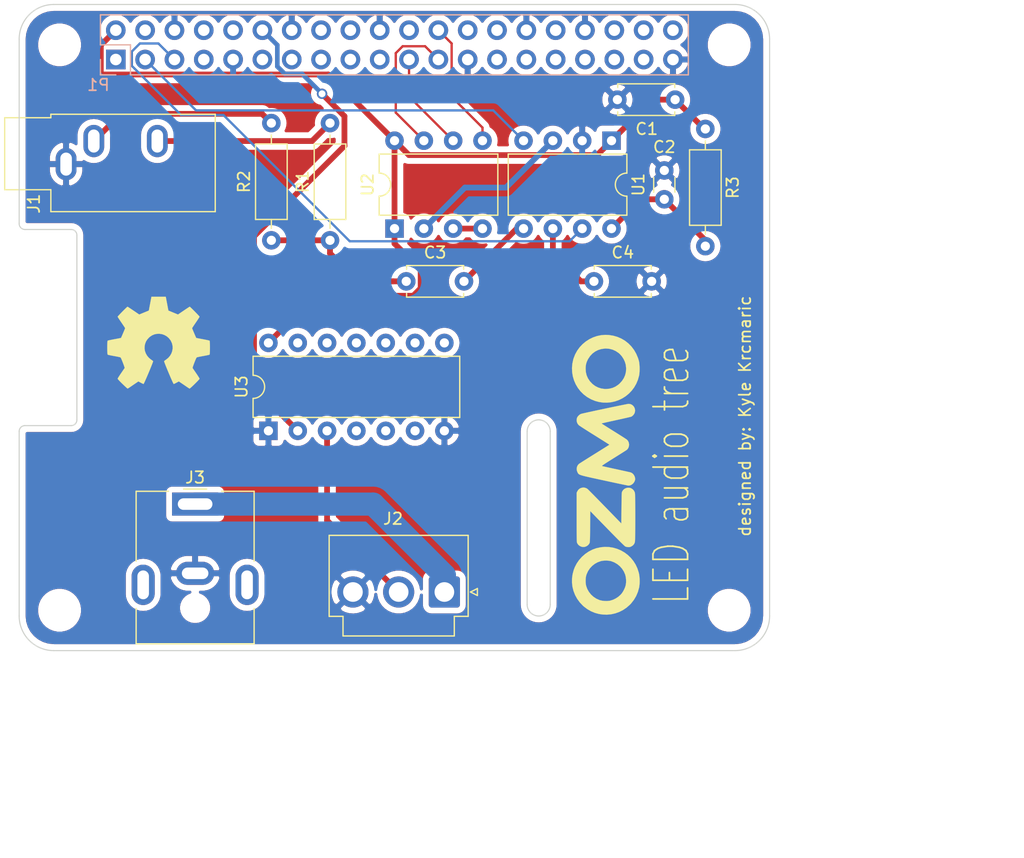
<source format=kicad_pcb>
(kicad_pcb (version 20171130) (host pcbnew "(5.1.4)-1")
  (title_block (date "15 nov 2012"))
  (layers (0 F.Cu signal) (31 B.Cu signal) (34 B.Paste user) (35 F.Paste user) (36 B.SilkS user) (37 F.SilkS user) (38 B.Mask user) (39 F.Mask user) (44 Edge.Cuts user))
  (net 0 "")
  (net 1 +3V3)
  (net 2 +5V)
  (net 3 GND)
  (net 4 /ID_SD)
  (net 5 /ID_SC)
  (net 6 /GPIO5)
  (net 7 /GPIO6)
  (net 8 /GPIO26)
  (net 9 "/GPIO4(GCLK)")
  (net 10 "/GPIO14(TXD0)")
  (net 11 "/GPIO15(RXD0)")
  (net 12 "/GPIO17(GEN0)")
  (net 13 "/GPIO27(GEN2)")
  (net 14 "/GPIO22(GEN3)")
  (net 15 "/GPIO23(GEN4)")
  (net 16 "/GPIO24(GEN5)")
  (net 17 "/GPIO25(GEN6)")
  (net 18 "/GPIO10(SPI0_MOSI)")
  (net 19 "/GPIO7(SPI1_CE_N)")
  (net 20 "/GPIO12(PWM0)")
  (net 21 "/GPIO13(PWM1)")
  (net 22 "/GPIO19(SPI1_MISO)")
  (net 23 /GPIO16)
  (net 24 "/GPIO20(SPI1_MOSI)")
  (net 25 "/GPIO21(SPI1_SCK)")
  (net 26 "Net-(C2-Pad1)")
  (net 27 "Net-(C3-Pad2)")
  (net 28 "Net-(C3-Pad1)")
  (net 29 "Net-(C4-Pad1)")
  (net 30 STROBE)
  (net 31 RESET)
  (net 32 "Net-(J1-PadR)")
  (net 33 "Net-(J1-PadT)")
  (net 34 AUDIO_DATA)
  (net 35 ADC_CLK)
  (net 36 CHIP_SELECT)
  (net 37 "Net-(U1-Pad3)")
  (net 38 "Net-(U2-Pad3)")
  (net 39 "Net-(J2-Pad2)")
  (net 40 "Net-(J2-Pad1)")
  (net 41 NEO_DATA)
  (net 42 "Net-(U3-Pad13)")
  (net 43 "Net-(U3-Pad6)")
  (net 44 "Net-(U3-Pad12)")
  (net 45 "Net-(U3-Pad5)")
  (net 46 "Net-(U3-Pad11)")
  (net 47 "Net-(U3-Pad4)")
  (net 48 "Net-(U3-Pad10)")
  (net 49 "Net-(U3-Pad9)")
  (net 50 "Net-(U3-Pad8)")
  (module Ozmo:ozmo_logo (layer F.Cu) (at 250.8 134.76 90)
    (fp_text reference G*** hide)
    (fp_text value LOGO hide)
  )
  (module Symbol:OSHW-Symbol_8.9x8mm_SilkScreen (layer F.Cu) (at 212.065 123.33)
    (fp_text reference REF** hide)
    (fp_text value OSHW-Symbol_8.9x8mm_SilkScreen hide)
  )
  (module Connector_BarrelJack:BarrelJack_CUI_PJ-063AH_Horizontal (layer F.Cu) (at 215.24 137.3)
    (fp_text reference J3 (at 0 -2.3) (layer F.SilkS))
    (fp_text value Barrel_Jack)
    (pad "" np_thru_hole circle (at 0 9) (size 1.6 1.6) (drill 1.6) (layers *.Cu *.Mask))
    (pad MP thru_hole oval (at 4.5 7) (size 2 3.5) (drill oval 1 2.5) (layers *.Cu *.Mask))
    (pad MP thru_hole oval (at -4.5 7) (size 2 3.5) (drill oval 1 2.5) (layers *.Cu *.Mask))
    (pad 2 thru_hole oval (at 0 6) (size 3.3 2) (drill oval 2.3 1) (layers *.Cu *.Mask) (net 3 GND))
    (pad 1 thru_hole rect (at 0 0) (size 4 2) (drill oval 3 1) (layers *.Cu *.Mask) (net 40 "Net-(J2-Pad1)"))
  )
  (module Connector_Audio:Jack_3.5mm_CUI_SJ1-3533NG_Horizontal (layer F.Cu) (at 204.064 107.836 90)
    (fp_text reference J1 (at -3.429 -2.794 90) (layer F.SilkS))
    (fp_text value AudioJack3)
    (pad R thru_hole oval (at 2 7.9 90) (size 2.8 1.8) (drill oval 2 1) (layers *.Cu *.Mask) (net 32 "Net-(J1-PadR)"))
    (pad T thru_hole oval (at 2 2.4 90) (size 2.8 1.8) (drill oval 2 1) (layers *.Cu *.Mask) (net 33 "Net-(J1-PadT)"))
    (pad S thru_hole oval (at 0 0 90) (size 2.8 1.8) (drill oval 2 1) (layers *.Cu *.Mask) (net 3 GND))
  )
  (module Package_DIP:DIP-14_W7.62mm (layer F.Cu) (at 221.59 130.95 90)
    (fp_text reference U3 (at 3.81 -2.33 90) (layer F.SilkS))
    (fp_text value SN74AHCT125N)
    (pad 14 thru_hole oval (at 7.62 0 90) (size 1.6 1.6) (drill 0.8) (layers *.Cu *.Mask) (net 2 +5V))
    (pad 7 thru_hole oval (at 0 15.24 90) (size 1.6 1.6) (drill 0.8) (layers *.Cu *.Mask) (net 3 GND))
    (pad 13 thru_hole oval (at 7.62 2.54 90) (size 1.6 1.6) (drill 0.8) (layers *.Cu *.Mask) (net 42 "Net-(U3-Pad13)"))
    (pad 6 thru_hole oval (at 0 12.7 90) (size 1.6 1.6) (drill 0.8) (layers *.Cu *.Mask) (net 43 "Net-(U3-Pad6)"))
    (pad 12 thru_hole oval (at 7.62 5.08 90) (size 1.6 1.6) (drill 0.8) (layers *.Cu *.Mask) (net 44 "Net-(U3-Pad12)"))
    (pad 5 thru_hole oval (at 0 10.16 90) (size 1.6 1.6) (drill 0.8) (layers *.Cu *.Mask) (net 45 "Net-(U3-Pad5)"))
    (pad 11 thru_hole oval (at 7.62 7.62 90) (size 1.6 1.6) (drill 0.8) (layers *.Cu *.Mask) (net 46 "Net-(U3-Pad11)"))
    (pad 4 thru_hole oval (at 0 7.62 90) (size 1.6 1.6) (drill 0.8) (layers *.Cu *.Mask) (net 47 "Net-(U3-Pad4)"))
    (pad 10 thru_hole oval (at 7.62 10.16 90) (size 1.6 1.6) (drill 0.8) (layers *.Cu *.Mask) (net 48 "Net-(U3-Pad10)"))
    (pad 3 thru_hole oval (at 0 5.08 90) (size 1.6 1.6) (drill 0.8) (layers *.Cu *.Mask) (net 39 "Net-(J2-Pad2)"))
    (pad 9 thru_hole oval (at 7.62 12.7 90) (size 1.6 1.6) (drill 0.8) (layers *.Cu *.Mask) (net 49 "Net-(U3-Pad9)"))
    (pad 2 thru_hole oval (at 0 2.54 90) (size 1.6 1.6) (drill 0.8) (layers *.Cu *.Mask) (net 41 NEO_DATA))
    (pad 8 thru_hole oval (at 7.62 15.24 90) (size 1.6 1.6) (drill 0.8) (layers *.Cu *.Mask) (net 50 "Net-(U3-Pad8)"))
    (pad 1 thru_hole rect (at 0 0 90) (size 1.6 1.6) (drill 0.8) (layers *.Cu *.Mask) (net 3 GND))
  )
  (module Connector_JST:JST_VH_B3P-VH_1x03_P3.96mm_Vertical (layer F.Cu) (at 236.83 144.92 180)
    (fp_text reference J2 (at 4.445 6.35) (layer F.SilkS))
    (fp_text value Conn_01x03)
    (pad 3 thru_hole circle (at 7.92 0 180) (size 2.7 2.7) (drill 1.7) (layers *.Cu *.Mask) (net 3 GND))
    (pad 2 thru_hole circle (at 3.96 0 180) (size 2.7 2.7) (drill 1.7) (layers *.Cu *.Mask) (net 39 "Net-(J2-Pad2)"))
    (pad 1 thru_hole roundrect (at 0 0 180) (size 2.7 2.7) (drill 1.7) (layers *.Cu *.Mask) (roundrect_rratio 0.09259299999999999) (net 40 "Net-(J2-Pad1)"))
  )
  (module Package_DIP:DIP-8_W7.62mm (layer F.Cu) (at 232.512 113.424 90)
    (fp_text reference U2 (at 3.81 -2.33 90) (layer F.SilkS))
    (fp_text value MCP3001)
    (pad 8 thru_hole oval (at 7.62 0 90) (size 1.6 1.6) (drill 0.8) (layers *.Cu *.Mask) (net 2 +5V))
    (pad 4 thru_hole oval (at 0 7.62 90) (size 1.6 1.6) (drill 0.8) (layers *.Cu *.Mask) (net 38 "Net-(U2-Pad3)"))
    (pad 7 thru_hole oval (at 7.62 2.54 90) (size 1.6 1.6) (drill 0.8) (layers *.Cu *.Mask) (net 35 ADC_CLK))
    (pad 3 thru_hole oval (at 0 5.08 90) (size 1.6 1.6) (drill 0.8) (layers *.Cu *.Mask) (net 38 "Net-(U2-Pad3)"))
    (pad 6 thru_hole oval (at 7.62 5.08 90) (size 1.6 1.6) (drill 0.8) (layers *.Cu *.Mask) (net 34 AUDIO_DATA))
    (pad 2 thru_hole oval (at 0 2.54 90) (size 1.6 1.6) (drill 0.8) (layers *.Cu *.Mask) (net 37 "Net-(U1-Pad3)"))
    (pad 5 thru_hole oval (at 7.62 7.62 90) (size 1.6 1.6) (drill 0.8) (layers *.Cu *.Mask) (net 36 CHIP_SELECT))
    (pad 1 thru_hole rect (at 0 0 90) (size 1.6 1.6) (drill 0.8) (layers *.Cu *.Mask) (net 2 +5V))
  )
  (module Package_DIP:DIP-8_W7.62mm (layer F.Cu) (at 251.308 105.804 270)
    (fp_text reference U1 (at 3.81 -2.33 90) (layer F.SilkS))
    (fp_text value MSGEQ7)
    (pad 8 thru_hole oval (at 7.62 0 270) (size 1.6 1.6) (drill 0.8) (layers *.Cu *.Mask) (net 26 "Net-(C2-Pad1)"))
    (pad 4 thru_hole oval (at 0 7.62 270) (size 1.6 1.6) (drill 0.8) (layers *.Cu *.Mask) (net 30 STROBE))
    (pad 7 thru_hole oval (at 7.62 2.54 270) (size 1.6 1.6) (drill 0.8) (layers *.Cu *.Mask) (net 31 RESET))
    (pad 3 thru_hole oval (at 0 5.08 270) (size 1.6 1.6) (drill 0.8) (layers *.Cu *.Mask) (net 37 "Net-(U1-Pad3)"))
    (pad 6 thru_hole oval (at 7.62 5.08 270) (size 1.6 1.6) (drill 0.8) (layers *.Cu *.Mask) (net 29 "Net-(C4-Pad1)"))
    (pad 2 thru_hole oval (at 0 2.54 270) (size 1.6 1.6) (drill 0.8) (layers *.Cu *.Mask) (net 3 GND))
    (pad 5 thru_hole oval (at 7.62 7.62 270) (size 1.6 1.6) (drill 0.8) (layers *.Cu *.Mask) (net 27 "Net-(C3-Pad2)"))
    (pad 1 thru_hole rect (at 0 0 270) (size 1.6 1.6) (drill 0.8) (layers *.Cu *.Mask) (net 2 +5V))
  )
  (module Resistor_THT:R_Axial_DIN0207_L6.3mm_D2.5mm_P10.16mm_Horizontal (layer F.Cu) (at 259.436 104.788 270)
    (fp_text reference R3 (at 5.08 -2.37 90) (layer F.SilkS))
    (fp_text value 200K)
    (pad 2 thru_hole oval (at 10.16 0 270) (size 1.6 1.6) (drill 0.8) (layers *.Cu *.Mask) (net 26 "Net-(C2-Pad1)"))
    (pad 1 thru_hole circle (at 0 0 270) (size 1.6 1.6) (drill 0.8) (layers *.Cu *.Mask) (net 2 +5V))
  )
  (module Resistor_THT:R_Axial_DIN0207_L6.3mm_D2.5mm_P10.16mm_Horizontal (layer F.Cu) (at 221.844 114.44 90)
    (fp_text reference R2 (at 5.08 -2.37 90) (layer F.SilkS))
    (fp_text value 22K)
    (pad 2 thru_hole oval (at 10.16 0 90) (size 1.6 1.6) (drill 0.8) (layers *.Cu *.Mask) (net 33 "Net-(J1-PadT)"))
    (pad 1 thru_hole circle (at 0 0 90) (size 1.6 1.6) (drill 0.8) (layers *.Cu *.Mask) (net 28 "Net-(C3-Pad1)"))
  )
  (module Resistor_THT:R_Axial_DIN0207_L6.3mm_D2.5mm_P10.16mm_Horizontal (layer F.Cu) (at 226.924 114.44 90)
    (fp_text reference R1 (at 5.08 -2.37 90) (layer F.SilkS))
    (fp_text value 22K)
    (pad 2 thru_hole oval (at 10.16 0 90) (size 1.6 1.6) (drill 0.8) (layers *.Cu *.Mask) (net 32 "Net-(J1-PadR)"))
    (pad 1 thru_hole circle (at 0 0 90) (size 1.6 1.6) (drill 0.8) (layers *.Cu *.Mask) (net 28 "Net-(C3-Pad1)"))
  )
  (module Capacitor_THT:C_Disc_D4.7mm_W2.5mm_P5.00mm (layer F.Cu) (at 249.784 117.996)
    (fp_text reference C4 (at 2.5 -2.5) (layer F.SilkS))
    (fp_text value 0.1u)
    (pad 2 thru_hole circle (at 5 0) (size 1.6 1.6) (drill 0.8) (layers *.Cu *.Mask) (net 3 GND))
    (pad 1 thru_hole circle (at 0 0) (size 1.6 1.6) (drill 0.8) (layers *.Cu *.Mask) (net 29 "Net-(C4-Pad1)"))
  )
  (module Capacitor_THT:C_Disc_D4.7mm_W2.5mm_P5.00mm (layer F.Cu) (at 233.528 117.996)
    (fp_text reference C3 (at 2.5 -2.5) (layer F.SilkS))
    (fp_text value 0.1u)
    (pad 2 thru_hole circle (at 5 0) (size 1.6 1.6) (drill 0.8) (layers *.Cu *.Mask) (net 27 "Net-(C3-Pad2)"))
    (pad 1 thru_hole circle (at 0 0) (size 1.6 1.6) (drill 0.8) (layers *.Cu *.Mask) (net 28 "Net-(C3-Pad1)"))
  )
  (module Capacitor_THT:C_Disc_D3.0mm_W1.6mm_P2.50mm (layer F.Cu) (at 255.88 110.884 90)
    (fp_text reference C2 (at 4.532 0 180) (layer F.SilkS))
    (fp_text value 33p)
    (pad 2 thru_hole circle (at 2.5 0 90) (size 1.6 1.6) (drill 0.8) (layers *.Cu *.Mask) (net 3 GND))
    (pad 1 thru_hole circle (at 0 0 90) (size 1.6 1.6) (drill 0.8) (layers *.Cu *.Mask) (net 26 "Net-(C2-Pad1)"))
  )
  (module Capacitor_THT:C_Disc_D4.7mm_W2.5mm_P5.00mm (layer F.Cu) (at 251.816 102.248)
    (fp_text reference C1 (at 2.54 2.54) (layer F.SilkS))
    (fp_text value 0.1u)
    (pad 2 thru_hole circle (at 5 0) (size 1.6 1.6) (drill 0.8) (layers *.Cu *.Mask) (net 2 +5V))
    (pad 1 thru_hole circle (at 0 0) (size 1.6 1.6) (drill 0.8) (layers *.Cu *.Mask) (net 3 GND))
  )
  (module Connector_PinSocket_2.54mm:PinSocket_2x20_P2.54mm_Vertical (layer B.Cu) (at 208.37 98.77 270)
    (fp_text reference P1 (at 2.208 1.512) (layer B.SilkS) (effects (justify mirror)))
    (fp_text value Conn_02x20_Odd_Even)
    (pad 1 thru_hole rect (at 0 0 270) (size 1.7 1.7) (drill 1) (layers *.Cu *.Mask) (net 1 +3V3))
    (pad 2 thru_hole oval (at -2.54 0 270) (size 1.7 1.7) (drill 1) (layers *.Cu *.Mask) (net 2 +5V))
    (pad 3 thru_hole oval (at 0 -2.54 270) (size 1.7 1.7) (drill 1) (layers *.Cu *.Mask) (net 30 STROBE))
    (pad 4 thru_hole oval (at -2.54 -2.54 270) (size 1.7 1.7) (drill 1) (layers *.Cu *.Mask) (net 2 +5V))
    (pad 5 thru_hole oval (at 0 -5.08 270) (size 1.7 1.7) (drill 1) (layers *.Cu *.Mask) (net 31 RESET))
    (pad 6 thru_hole oval (at -2.54 -5.08 270) (size 1.7 1.7) (drill 1) (layers *.Cu *.Mask) (net 3 GND))
    (pad 7 thru_hole oval (at 0 -7.62 270) (size 1.7 1.7) (drill 1) (layers *.Cu *.Mask) (net 9 "/GPIO4(GCLK)"))
    (pad 8 thru_hole oval (at -2.54 -7.62 270) (size 1.7 1.7) (drill 1) (layers *.Cu *.Mask) (net 10 "/GPIO14(TXD0)"))
    (pad 9 thru_hole oval (at 0 -10.16 270) (size 1.7 1.7) (drill 1) (layers *.Cu *.Mask) (net 3 GND))
    (pad 10 thru_hole oval (at -2.54 -10.16 270) (size 1.7 1.7) (drill 1) (layers *.Cu *.Mask) (net 11 "/GPIO15(RXD0)"))
    (pad 11 thru_hole oval (at 0 -12.7 270) (size 1.7 1.7) (drill 1) (layers *.Cu *.Mask) (net 12 "/GPIO17(GEN0)"))
    (pad 12 thru_hole oval (at -2.54 -12.7 270) (size 1.7 1.7) (drill 1) (layers *.Cu *.Mask) (net 41 NEO_DATA))
    (pad 13 thru_hole oval (at 0 -15.24 270) (size 1.7 1.7) (drill 1) (layers *.Cu *.Mask) (net 13 "/GPIO27(GEN2)"))
    (pad 14 thru_hole oval (at -2.54 -15.24 270) (size 1.7 1.7) (drill 1) (layers *.Cu *.Mask) (net 3 GND))
    (pad 15 thru_hole oval (at 0 -17.78 270) (size 1.7 1.7) (drill 1) (layers *.Cu *.Mask) (net 14 "/GPIO22(GEN3)"))
    (pad 16 thru_hole oval (at -2.54 -17.78 270) (size 1.7 1.7) (drill 1) (layers *.Cu *.Mask) (net 15 "/GPIO23(GEN4)"))
    (pad 17 thru_hole oval (at 0 -20.32 270) (size 1.7 1.7) (drill 1) (layers *.Cu *.Mask) (net 1 +3V3))
    (pad 18 thru_hole oval (at -2.54 -20.32 270) (size 1.7 1.7) (drill 1) (layers *.Cu *.Mask) (net 16 "/GPIO24(GEN5)"))
    (pad 19 thru_hole oval (at 0 -22.86 270) (size 1.7 1.7) (drill 1) (layers *.Cu *.Mask) (net 18 "/GPIO10(SPI0_MOSI)"))
    (pad 20 thru_hole oval (at -2.54 -22.86 270) (size 1.7 1.7) (drill 1) (layers *.Cu *.Mask) (net 3 GND))
    (pad 21 thru_hole oval (at 0 -25.4 270) (size 1.7 1.7) (drill 1) (layers *.Cu *.Mask) (net 34 AUDIO_DATA))
    (pad 22 thru_hole oval (at -2.54 -25.4 270) (size 1.7 1.7) (drill 1) (layers *.Cu *.Mask) (net 17 "/GPIO25(GEN6)"))
    (pad 23 thru_hole oval (at 0 -27.94 270) (size 1.7 1.7) (drill 1) (layers *.Cu *.Mask) (net 35 ADC_CLK))
    (pad 24 thru_hole oval (at -2.54 -27.94 270) (size 1.7 1.7) (drill 1) (layers *.Cu *.Mask) (net 36 CHIP_SELECT))
    (pad 25 thru_hole oval (at 0 -30.48 270) (size 1.7 1.7) (drill 1) (layers *.Cu *.Mask) (net 3 GND))
    (pad 26 thru_hole oval (at -2.54 -30.48 270) (size 1.7 1.7) (drill 1) (layers *.Cu *.Mask) (net 19 "/GPIO7(SPI1_CE_N)"))
    (pad 27 thru_hole oval (at 0 -33.02 270) (size 1.7 1.7) (drill 1) (layers *.Cu *.Mask) (net 4 /ID_SD))
    (pad 28 thru_hole oval (at -2.54 -33.02 270) (size 1.7 1.7) (drill 1) (layers *.Cu *.Mask) (net 5 /ID_SC))
    (pad 29 thru_hole oval (at 0 -35.56 270) (size 1.7 1.7) (drill 1) (layers *.Cu *.Mask) (net 6 /GPIO5))
    (pad 30 thru_hole oval (at -2.54 -35.56 270) (size 1.7 1.7) (drill 1) (layers *.Cu *.Mask) (net 3 GND))
    (pad 31 thru_hole oval (at 0 -38.1 270) (size 1.7 1.7) (drill 1) (layers *.Cu *.Mask) (net 7 /GPIO6))
    (pad 32 thru_hole oval (at -2.54 -38.1 270) (size 1.7 1.7) (drill 1) (layers *.Cu *.Mask) (net 20 "/GPIO12(PWM0)"))
    (pad 33 thru_hole oval (at 0 -40.64 270) (size 1.7 1.7) (drill 1) (layers *.Cu *.Mask) (net 21 "/GPIO13(PWM1)"))
    (pad 34 thru_hole oval (at -2.54 -40.64 270) (size 1.7 1.7) (drill 1) (layers *.Cu *.Mask) (net 3 GND))
    (pad 35 thru_hole oval (at 0 -43.18 270) (size 1.7 1.7) (drill 1) (layers *.Cu *.Mask) (net 22 "/GPIO19(SPI1_MISO)"))
    (pad 36 thru_hole oval (at -2.54 -43.18 270) (size 1.7 1.7) (drill 1) (layers *.Cu *.Mask) (net 23 /GPIO16))
    (pad 37 thru_hole oval (at 0 -45.72 270) (size 1.7 1.7) (drill 1) (layers *.Cu *.Mask) (net 8 /GPIO26))
    (pad 38 thru_hole oval (at -2.54 -45.72 270) (size 1.7 1.7) (drill 1) (layers *.Cu *.Mask) (net 24 "/GPIO20(SPI1_MOSI)"))
    (pad 39 thru_hole oval (at 0 -48.26 270) (size 1.7 1.7) (drill 1) (layers *.Cu *.Mask) (net 3 GND))
    (pad 40 thru_hole oval (at -2.54 -48.26 270) (size 1.7 1.7) (drill 1) (layers *.Cu *.Mask) (net 25 "/GPIO21(SPI1_SCK)"))
  )
  (module MountingHole:MountingHole_2.7mm_M2.5 (layer F.Cu) (at 261.5 146.5)
    (fp_text reference MK4 hide)
    (fp_text value M2.5)
    (pad 1 np_thru_hole circle (at 0 0) (size 2.7 2.7) (drill 2.7) (layers *.Cu *.Mask))
  )
  (module MountingHole:MountingHole_2.7mm_M2.5 (layer F.Cu) (at 203.5 146.5)
    (fp_text reference MK3 hide)
    (fp_text value M2.5)
    (pad 1 np_thru_hole circle (at 0 0) (size 2.7 2.7) (drill 2.7) (layers *.Cu *.Mask))
  )
  (module MountingHole:MountingHole_2.7mm_M2.5 (layer F.Cu) (at 261.5 97.5 180)
    (fp_text reference MK2 hide)
    (fp_text value M2.5)
    (pad 1 np_thru_hole circle (at 0 0 180) (size 2.7 2.7) (drill 2.7) (layers *.Cu *.Mask))
  )
  (module MountingHole:MountingHole_2.7mm_M2.5 (layer F.Cu) (at 203.5 97.5 180)
    (fp_text reference MK1 hide)
    (fp_text value M2.5)
    (pad 1 np_thru_hole circle (at 0 0 180) (size 2.7 2.7) (drill 2.7) (layers *.Cu *.Mask))
  )
  (gr_text "designed by: Kyle Krcmaric" (at 262.865 129.68 90) (layer F.SilkS) (effects (font (size 1 1))))
  (gr_text "LED audio tree" (at 256.515 134.76 90) (layer F.SilkS) (effects (font (size 3 2))))
  (gr_line (start 244 146) (end 244 131) (layer Edge.Cuts) (width 0.1))
  (gr_line (start 246 131) (end 246 146) (layer Edge.Cuts) (width 0.1))
  (gr_arc (start 245 131) (end 244 131) (angle 180) (layer Edge.Cuts) (width 0.1))
  (gr_arc (start 245 146) (end 246 146) (angle 180) (layer Edge.Cuts) (width 0.1))
  (gr_arc (start 200.5 131) (end 200 131) (angle 89.9) (layer Edge.Cuts) (width 0.1))
  (gr_arc (start 204.5 130) (end 205 130) (angle 90) (layer Edge.Cuts) (width 0.1))
  (gr_arc (start 200.5 113) (end 200.5 113.5) (angle 90) (layer Edge.Cuts) (width 0.1))
  (gr_arc (start 204.5 114) (end 204.5 113.5) (angle 90) (layer Edge.Cuts) (width 0.1))
  (gr_line (start 200 97) (end 200 113) (layer Edge.Cuts) (width 0.1))
  (gr_arc (start 262 97) (end 262 94) (angle 90) (layer Edge.Cuts) (width 0.1))
  (gr_arc (start 262 147) (end 265 147) (angle 90) (layer Edge.Cuts) (width 0.1))
  (gr_arc (start 203 147) (end 203 150) (angle 90) (layer Edge.Cuts) (width 0.1))
  (gr_arc (start 203 97) (end 200 97) (angle 90) (layer Edge.Cuts) (width 0.1))
  (gr_line (start 262 94) (end 203 94) (layer Edge.Cuts) (width 0.1))
  (gr_line (start 204.5 130.5) (end 200.5 130.5) (layer Edge.Cuts) (width 0.1))
  (gr_line (start 205 114) (end 205 130) (layer Edge.Cuts) (width 0.1))
  (gr_line (start 200.5 113.5) (end 204.5 113.5) (layer Edge.Cuts) (width 0.1))
  (gr_line (start 265 147) (end 265 97) (layer Edge.Cuts) (width 0.1))
  (gr_line (start 203 150) (end 262 150) (layer Edge.Cuts) (width 0.1))
  (gr_line (start 200 131) (end 200 147) (layer Edge.Cuts) (width 0.1))
  (segment (start 259.356 104.788) (end 256.816 102.248) (width 0.5) (layer F.Cu) (net 2))
  (segment (start 259.436 104.788) (end 259.356 104.788) (width 0.5) (layer F.Cu) (net 2))
  (segment (start 254.864 102.248) (end 251.308 105.804) (width 0.5) (layer F.Cu) (net 2))
  (segment (start 256.816 102.248) (end 254.864 102.248) (width 0.5) (layer F.Cu) (net 2))
  (segment (start 233.311999 106.603999) (end 232.512 105.804) (width 0.5) (layer F.Cu) (net 2))
  (segment (start 233.762001 107.054001) (end 233.311999 106.603999) (width 0.5) (layer F.Cu) (net 2))
  (segment (start 250.057999 107.054001) (end 233.762001 107.054001) (width 0.5) (layer F.Cu) (net 2))
  (segment (start 251.308 105.804) (end 250.057999 107.054001) (width 0.5) (layer F.Cu) (net 2))
  (segment (start 232.512 105.804) (end 232.512 113.424) (width 0.5) (layer F.Cu) (net 2))
  (segment (start 207.520001 97.079999) (end 208.37 96.23) (width 0.5) (layer F.Cu) (net 2))
  (segment (start 207.069999 97.530001) (end 207.520001 97.079999) (width 0.5) (layer F.Cu) (net 2))
  (segment (start 207.069999 99.980001) (end 207.069999 97.530001) (width 0.5) (layer F.Cu) (net 2))
  (segment (start 207.159999 100.070001) (end 207.069999 99.980001) (width 0.5) (layer F.Cu) (net 2))
  (segment (start 226.778001 100.070001) (end 207.159999 100.070001) (width 0.5) (layer F.Cu) (net 2))
  (segment (start 232.512 105.804) (end 226.778001 100.070001) (width 0.5) (layer F.Cu) (net 2))
  (segment (start 232.512 114.724) (end 232.512 113.424) (width 0.5) (layer F.Cu) (net 2))
  (segment (start 234.778001 116.990001) (end 232.512 114.724) (width 0.5) (layer F.Cu) (net 2))
  (segment (start 234.778001 118.596001) (end 234.778001 116.990001) (width 0.5) (layer F.Cu) (net 2))
  (segment (start 234.128001 119.246001) (end 234.778001 118.596001) (width 0.5) (layer F.Cu) (net 2))
  (segment (start 225.673999 119.246001) (end 234.128001 119.246001) (width 0.5) (layer F.Cu) (net 2))
  (segment (start 221.59 123.33) (end 225.673999 119.246001) (width 0.5) (layer F.Cu) (net 2))
  (segment (start 259.436 114.44) (end 259.436 114.948) (width 0.5) (layer F.Cu) (net 26))
  (segment (start 255.88 110.884) (end 259.436 114.44) (width 0.5) (layer F.Cu) (net 26))
  (segment (start 253.848 110.884) (end 251.308 113.424) (width 0.5) (layer F.Cu) (net 26))
  (segment (start 255.88 110.884) (end 253.848 110.884) (width 0.5) (layer F.Cu) (net 26))
  (segment (start 243.1 113.424) (end 243.688 113.424) (width 0.5) (layer F.Cu) (net 27))
  (segment (start 238.528 117.996) (end 243.1 113.424) (width 0.5) (layer F.Cu) (net 27))
  (segment (start 221.844 114.44) (end 226.924 114.44) (width 0.5) (layer F.Cu) (net 28))
  (segment (start 232.39663 117.996) (end 233.528 117.996) (width 0.5) (layer F.Cu) (net 28))
  (segment (start 229.34863 117.996) (end 232.39663 117.996) (width 0.5) (layer F.Cu) (net 28))
  (segment (start 226.924 115.57137) (end 229.34863 117.996) (width 0.5) (layer F.Cu) (net 28))
  (segment (start 226.924 114.44) (end 226.924 115.57137) (width 0.5) (layer F.Cu) (net 28))
  (segment (start 246.228 114.55537) (end 246.228 113.424) (width 0.5) (layer F.Cu) (net 29))
  (segment (start 246.228 115.57137) (end 246.228 114.55537) (width 0.5) (layer F.Cu) (net 29))
  (segment (start 248.65263 117.996) (end 246.228 115.57137) (width 0.5) (layer F.Cu) (net 29))
  (segment (start 249.784 117.996) (end 248.65263 117.996) (width 0.5) (layer F.Cu) (net 29))
  (segment (start 211.759999 99.619999) (end 210.91 98.77) (width 0.2) (layer B.Cu) (net 30))
  (segment (start 215.319999 103.179999) (end 211.759999 99.619999) (width 0.2) (layer B.Cu) (net 30))
  (segment (start 241.063999 103.179999) (end 215.319999 103.179999) (width 0.2) (layer B.Cu) (net 30))
  (segment (start 243.688 105.804) (end 241.063999 103.179999) (width 0.2) (layer B.Cu) (net 30))
  (segment (start 212.060001 97.380001) (end 212.600001 97.920001) (width 0.2) (layer B.Cu) (net 31))
  (segment (start 209.759999 98.076001) (end 210.455999 97.380001) (width 0.2) (layer B.Cu) (net 31))
  (segment (start 209.759999 99.322001) (end 209.759999 98.076001) (width 0.2) (layer B.Cu) (net 31))
  (segment (start 214.018007 103.580009) (end 209.759999 99.322001) (width 0.2) (layer B.Cu) (net 31))
  (segment (start 217.692011 103.580009) (end 214.018007 103.580009) (width 0.2) (layer B.Cu) (net 31))
  (segment (start 210.455999 97.380001) (end 212.060001 97.380001) (width 0.2) (layer B.Cu) (net 31))
  (segment (start 228.636003 114.524001) (end 217.692011 103.580009) (width 0.2) (layer B.Cu) (net 31))
  (segment (start 212.600001 97.920001) (end 213.45 98.77) (width 0.2) (layer B.Cu) (net 31))
  (segment (start 247.667999 114.524001) (end 228.636003 114.524001) (width 0.2) (layer B.Cu) (net 31))
  (segment (start 248.768 113.424) (end 247.667999 114.524001) (width 0.2) (layer B.Cu) (net 31))
  (segment (start 225.368 105.836) (end 226.924 104.28) (width 0.5) (layer F.Cu) (net 32))
  (segment (start 211.964 105.836) (end 225.368 105.836) (width 0.5) (layer F.Cu) (net 32))
  (segment (start 221.044001 103.480001) (end 221.844 104.28) (width 0.5) (layer F.Cu) (net 33))
  (segment (start 208.819999 103.480001) (end 221.044001 103.480001) (width 0.5) (layer F.Cu) (net 33))
  (segment (start 206.464 105.836) (end 208.819999 103.480001) (width 0.5) (layer F.Cu) (net 33))
  (segment (start 233.77 101.982) (end 233.77 98.77) (width 0.2) (layer F.Cu) (net 34))
  (segment (start 237.592 105.804) (end 233.77 101.982) (width 0.2) (layer F.Cu) (net 34))
  (segment (start 235.460001 97.920001) (end 236.31 98.77) (width 0.2) (layer F.Cu) (net 35))
  (segment (start 235.159999 97.619999) (end 235.460001 97.920001) (width 0.2) (layer F.Cu) (net 35))
  (segment (start 233.217999 97.619999) (end 235.159999 97.619999) (width 0.2) (layer F.Cu) (net 35))
  (segment (start 232.619999 98.217999) (end 233.217999 97.619999) (width 0.2) (layer F.Cu) (net 35))
  (segment (start 232.619999 103.371999) (end 232.619999 98.217999) (width 0.2) (layer F.Cu) (net 35))
  (segment (start 235.052 105.804) (end 232.619999 103.371999) (width 0.2) (layer F.Cu) (net 35))
  (segment (start 237.159999 97.079999) (end 236.31 96.23) (width 0.2) (layer F.Cu) (net 36))
  (segment (start 237.460001 97.380001) (end 237.159999 97.079999) (width 0.2) (layer F.Cu) (net 36))
  (segment (start 237.460001 102.000631) (end 237.460001 97.380001) (width 0.2) (layer F.Cu) (net 36))
  (segment (start 240.132 104.67263) (end 237.460001 102.000631) (width 0.2) (layer F.Cu) (net 36))
  (segment (start 240.132 105.804) (end 240.132 104.67263) (width 0.2) (layer F.Cu) (net 36))
  (segment (start 245.428001 106.603999) (end 246.228 105.804) (width 0.5) (layer B.Cu) (net 37))
  (segment (start 242.164 109.868) (end 245.428001 106.603999) (width 0.5) (layer B.Cu) (net 37))
  (segment (start 238.608 109.868) (end 242.164 109.868) (width 0.5) (layer B.Cu) (net 37))
  (segment (start 235.052 113.424) (end 238.608 109.868) (width 0.5) (layer B.Cu) (net 37))
  (segment (start 237.592 113.424) (end 240.132 113.424) (width 0.5) (layer F.Cu) (net 38))
  (segment (start 226.67 138.72) (end 232.87 144.92) (width 0.5) (layer F.Cu) (net 39))
  (segment (start 226.67 130.95) (end 226.67 138.72) (width 0.5) (layer F.Cu) (net 39))
  (segment (start 219.24 137.3) (end 215.24 137.3) (width 2) (layer B.Cu) (net 40))
  (segment (start 230.66 137.3) (end 219.24 137.3) (width 2) (layer B.Cu) (net 40))
  (segment (start 236.83 143.47) (end 230.66 137.3) (width 2) (layer B.Cu) (net 40))
  (segment (start 236.83 144.92) (end 236.83 143.47) (width 2) (layer B.Cu) (net 40))
  (segment (start 224.13 101.74) (end 224.13 101.74) (width 0.2) (layer F.Cu) (net 41))
  (segment (start 223.330001 130.150001) (end 224.13 130.95) (width 0.5) (layer F.Cu) (net 41))
  (segment (start 220.339999 127.159999) (end 223.330001 130.150001) (width 0.5) (layer F.Cu) (net 41))
  (segment (start 220.339999 114.093999) (end 220.339999 127.159999) (width 0.5) (layer F.Cu) (net 41))
  (segment (start 228.174001 103.679999) (end 228.174001 106.259997) (width 0.5) (layer F.Cu) (net 41))
  (segment (start 228.174001 106.259997) (end 220.339999 114.093999) (width 0.5) (layer F.Cu) (net 41))
  (segment (start 226.234002 101.74) (end 226.234002 101.74) (width 0.5) (layer F.Cu) (net 41))
  (segment (start 226.234002 101.74) (end 228.174001 103.679999) (width 0.5) (layer F.Cu) (net 41))
  (via (at 226.234002 101.74) (size 0.9) (drill 0.6) (layers F.Cu B.Cu) (net 41))
  (segment (start 221.919999 97.079999) (end 221.07 96.23) (width 0.4) (layer B.Cu) (net 41))
  (segment (start 222.359999 97.519999) (end 221.919999 97.079999) (width 0.4) (layer B.Cu) (net 41))
  (segment (start 222.359999 99.370001) (end 222.359999 97.519999) (width 0.4) (layer B.Cu) (net 41))
  (segment (start 223.009999 100.020001) (end 222.359999 99.370001) (width 0.4) (layer B.Cu) (net 41))
  (segment (start 224.514003 100.020001) (end 223.009999 100.020001) (width 0.4) (layer B.Cu) (net 41))
  (segment (start 226.234002 101.74) (end 224.514003 100.020001) (width 0.4) (layer B.Cu) (net 41))
  (zone (net 3) (net_name GND) (layer F.Cu) (connect_pads (clearance 0.508)) (min_thickness 0.254) (fill yes (arc_segments 32) (thermal_gap 0.508) (thermal_bridge_width 0.508) (smoothing fillet) (radius 3))
    (polygon (pts (xy 199.492 93.612) (xy 265.532 93.612) (xy 265.532 150.508) (xy 199.492 150.508)))
  )
  (zone (net 3) (net_name GND) (layer B.Cu) (connect_pads (clearance 0.508)) (min_thickness 0.254) (fill yes (arc_segments 32) (thermal_gap 0.508) (thermal_bridge_width 0.508) (smoothing fillet) (radius 3))
    (polygon (pts (xy 199.492 93.612) (xy 265.532 93.612) (xy 265.532 150.508) (xy 199.492 150.508)))
  )
)
</source>
